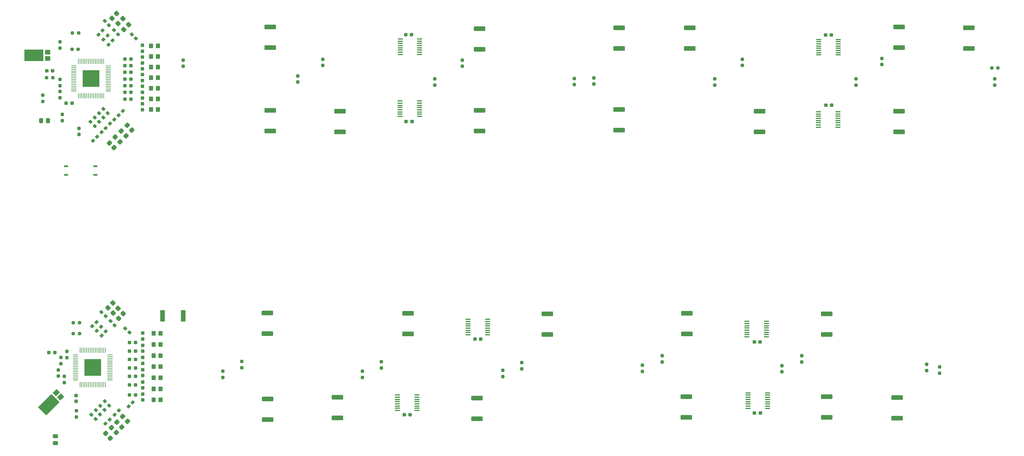
<source format=gbr>
%TF.GenerationSoftware,KiCad,Pcbnew,7.0.8*%
%TF.CreationDate,2023-11-15T21:58:06-05:00*%
%TF.ProjectId,BMS1,424d5331-2e6b-4696-9361-645f70636258,1*%
%TF.SameCoordinates,Original*%
%TF.FileFunction,Paste,Top*%
%TF.FilePolarity,Positive*%
%FSLAX46Y46*%
G04 Gerber Fmt 4.6, Leading zero omitted, Abs format (unit mm)*
G04 Created by KiCad (PCBNEW 7.0.8) date 2023-11-15 21:58:06*
%MOMM*%
%LPD*%
G01*
G04 APERTURE LIST*
G04 Aperture macros list*
%AMRoundRect*
0 Rectangle with rounded corners*
0 $1 Rounding radius*
0 $2 $3 $4 $5 $6 $7 $8 $9 X,Y pos of 4 corners*
0 Add a 4 corners polygon primitive as box body*
4,1,4,$2,$3,$4,$5,$6,$7,$8,$9,$2,$3,0*
0 Add four circle primitives for the rounded corners*
1,1,$1+$1,$2,$3*
1,1,$1+$1,$4,$5*
1,1,$1+$1,$6,$7*
1,1,$1+$1,$8,$9*
0 Add four rect primitives between the rounded corners*
20,1,$1+$1,$2,$3,$4,$5,0*
20,1,$1+$1,$4,$5,$6,$7,0*
20,1,$1+$1,$6,$7,$8,$9,0*
20,1,$1+$1,$8,$9,$2,$3,0*%
%AMRotRect*
0 Rectangle, with rotation*
0 The origin of the aperture is its center*
0 $1 length*
0 $2 width*
0 $3 Rotation angle, in degrees counterclockwise*
0 Add horizontal line*
21,1,$1,$2,0,0,$3*%
G04 Aperture macros list end*
%ADD10RoundRect,0.249999X1.425001X-0.450001X1.425001X0.450001X-1.425001X0.450001X-1.425001X-0.450001X0*%
%ADD11RoundRect,0.250000X0.350000X0.450000X-0.350000X0.450000X-0.350000X-0.450000X0.350000X-0.450000X0*%
%ADD12RoundRect,0.237500X-0.044194X-0.380070X0.380070X0.044194X0.044194X0.380070X-0.380070X-0.044194X0*%
%ADD13RoundRect,0.237500X0.371231X-0.035355X-0.035355X0.371231X-0.371231X0.035355X0.035355X-0.371231X0*%
%ADD14RoundRect,0.237500X0.237500X-0.300000X0.237500X0.300000X-0.237500X0.300000X-0.237500X-0.300000X0*%
%ADD15RoundRect,0.100000X0.637500X0.100000X-0.637500X0.100000X-0.637500X-0.100000X0.637500X-0.100000X0*%
%ADD16RoundRect,0.237500X0.380070X-0.044194X-0.044194X0.380070X-0.380070X0.044194X0.044194X-0.380070X0*%
%ADD17RoundRect,0.237500X-0.300000X-0.237500X0.300000X-0.237500X0.300000X0.237500X-0.300000X0.237500X0*%
%ADD18RoundRect,0.237500X0.300000X0.237500X-0.300000X0.237500X-0.300000X-0.237500X0.300000X-0.237500X0*%
%ADD19RoundRect,0.237500X-0.237500X0.250000X-0.237500X-0.250000X0.237500X-0.250000X0.237500X0.250000X0*%
%ADD20RoundRect,0.237500X0.237500X-0.250000X0.237500X0.250000X-0.237500X0.250000X-0.237500X-0.250000X0*%
%ADD21RoundRect,0.237500X-0.250000X-0.237500X0.250000X-0.237500X0.250000X0.237500X-0.250000X0.237500X0*%
%ADD22RoundRect,0.250000X0.565685X0.070711X0.070711X0.565685X-0.565685X-0.070711X-0.070711X-0.565685X0*%
%ADD23R,5.571200X3.410801*%
%ADD24R,1.603200X1.390000*%
%ADD25R,0.250000X1.500000*%
%ADD26R,1.500000X0.250000*%
%ADD27R,5.000000X5.000000*%
%ADD28RoundRect,0.237500X0.035355X0.371231X-0.371231X-0.035355X-0.035355X-0.371231X0.371231X0.035355X0*%
%ADD29RoundRect,0.237500X-0.237500X0.300000X-0.237500X-0.300000X0.237500X-0.300000X0.237500X0.300000X0*%
%ADD30RoundRect,0.237500X0.287500X0.237500X-0.287500X0.237500X-0.287500X-0.237500X0.287500X-0.237500X0*%
%ADD31RoundRect,0.249999X-1.425001X0.450001X-1.425001X-0.450001X1.425001X-0.450001X1.425001X0.450001X0*%
%ADD32RoundRect,0.100000X-0.637500X-0.100000X0.637500X-0.100000X0.637500X0.100000X-0.637500X0.100000X0*%
%ADD33RoundRect,0.237500X0.250000X0.237500X-0.250000X0.237500X-0.250000X-0.237500X0.250000X-0.237500X0*%
%ADD34RotRect,5.571200X3.410801X225.000000*%
%ADD35RotRect,1.603200X1.390000X225.000000*%
%ADD36RoundRect,0.250000X-0.070711X0.565685X-0.565685X0.070711X0.070711X-0.565685X0.565685X-0.070711X0*%
%ADD37RoundRect,0.250000X-0.565685X-0.070711X-0.070711X-0.565685X0.565685X0.070711X0.070711X0.565685X0*%
%ADD38RoundRect,0.250000X-0.337500X-0.475000X0.337500X-0.475000X0.337500X0.475000X-0.337500X0.475000X0*%
%ADD39RoundRect,0.249999X0.450001X1.425001X-0.450001X1.425001X-0.450001X-1.425001X0.450001X-1.425001X0*%
%ADD40R,1.219200X0.558800*%
%ADD41RoundRect,0.250000X-0.475000X0.337500X-0.475000X-0.337500X0.475000X-0.337500X0.475000X0.337500X0*%
G04 APERTURE END LIST*
D10*
%TO.C,R31*%
X228346000Y-155704000D03*
X228346000Y-149604000D03*
%TD*%
D11*
%TO.C,R24*%
X73292000Y-147265500D03*
X71292000Y-147265500D03*
%TD*%
D12*
%TO.C,C28*%
X55917598Y-71468696D03*
X57137358Y-70248936D03*
%TD*%
D13*
%TO.C,L23*%
X53888718Y-69672718D03*
X52651282Y-68435282D03*
%TD*%
D14*
%TO.C,C20*%
X68052000Y-143358500D03*
X68052000Y-141633500D03*
%TD*%
D15*
%TO.C,U5*%
X252270500Y-153026000D03*
X252270500Y-152376000D03*
X252270500Y-151726000D03*
X252270500Y-151076000D03*
X252270500Y-150426000D03*
X252270500Y-149776000D03*
X252270500Y-149126000D03*
X252270500Y-148476000D03*
X246545500Y-148476000D03*
X246545500Y-149126000D03*
X246545500Y-149776000D03*
X246545500Y-150426000D03*
X246545500Y-151076000D03*
X246545500Y-151726000D03*
X246545500Y-152376000D03*
X246545500Y-153026000D03*
%TD*%
D13*
%TO.C,L24*%
X55158719Y-68402717D03*
X53921283Y-67165281D03*
%TD*%
D12*
%TO.C,C30*%
X60964105Y-66422189D03*
X62183865Y-65202429D03*
%TD*%
D16*
%TO.C,C38*%
X60788100Y-42536100D03*
X59568340Y-41316340D03*
%TD*%
D17*
%TO.C,C1*%
X248405895Y-133378815D03*
X250130895Y-133378815D03*
%TD*%
D18*
%TO.C,C8*%
X271219000Y-63500000D03*
X269494000Y-63500000D03*
%TD*%
%TO.C,C2*%
X271118499Y-42775500D03*
X269393499Y-42775500D03*
%TD*%
D19*
%TO.C,R45*%
X179832000Y-139549500D03*
X179832000Y-141374500D03*
%TD*%
D20*
%TO.C,R51*%
X303022000Y-142644500D03*
X303022000Y-140819500D03*
%TD*%
D21*
%TO.C,R4*%
X47578000Y-130937000D03*
X49403000Y-130937000D03*
%TD*%
D22*
%TO.C,R17*%
X61894427Y-158525988D03*
X60480213Y-157111774D03*
%TD*%
D23*
%TO.C,Q2*%
X35958000Y-48768000D03*
D24*
X40041599Y-49688001D03*
X40041599Y-47847999D03*
%TD*%
D19*
%TO.C,R44*%
X174244000Y-141835500D03*
X174244000Y-143660500D03*
%TD*%
D20*
%TO.C,R5*%
X43160000Y-143512000D03*
X43160000Y-141687000D03*
%TD*%
D14*
%TO.C,C34*%
X68002000Y-54460149D03*
X68002000Y-52735149D03*
%TD*%
D20*
%TO.C,R84*%
X278384000Y-57554500D03*
X278384000Y-55729500D03*
%TD*%
D16*
%TO.C,C39*%
X58096000Y-39844000D03*
X56876240Y-38624240D03*
%TD*%
D25*
%TO.C,U10*%
X49082000Y-60701000D03*
X49582000Y-60701000D03*
X50082000Y-60701000D03*
X50582000Y-60701000D03*
X51082000Y-60701000D03*
X51582000Y-60701000D03*
X52082000Y-60701000D03*
X52582000Y-60701000D03*
X53082000Y-60701000D03*
X53582000Y-60701000D03*
X54082000Y-60701000D03*
X54582000Y-60701000D03*
X55082000Y-60701000D03*
X55582000Y-60701000D03*
X56082000Y-60701000D03*
X56582000Y-60701000D03*
D26*
X57907000Y-59376000D03*
X57907000Y-58876000D03*
X57907000Y-58376000D03*
X57907000Y-57876000D03*
X57907000Y-57376000D03*
X57907000Y-56876000D03*
X57907000Y-56376000D03*
X57907000Y-55876000D03*
X57907000Y-55376000D03*
X57907000Y-54876000D03*
X57907000Y-54376000D03*
X57907000Y-53876000D03*
X57907000Y-53376000D03*
X57907000Y-52876000D03*
X57907000Y-52376000D03*
X57907000Y-51876000D03*
D25*
X56582000Y-50551000D03*
X56082000Y-50551000D03*
X55582000Y-50551000D03*
X55082000Y-50551000D03*
X54582000Y-50551000D03*
X54082000Y-50551000D03*
X53582000Y-50551000D03*
X53082000Y-50551000D03*
X52582000Y-50551000D03*
X52082000Y-50551000D03*
X51582000Y-50551000D03*
X51082000Y-50551000D03*
X50582000Y-50551000D03*
X50082000Y-50551000D03*
X49582000Y-50551000D03*
X49082000Y-50551000D03*
D26*
X47757000Y-51876000D03*
X47757000Y-52376000D03*
X47757000Y-52876000D03*
X47757000Y-53376000D03*
X47757000Y-53876000D03*
X47757000Y-54376000D03*
X47757000Y-54876000D03*
X47757000Y-55376000D03*
X47757000Y-55876000D03*
X47757000Y-56376000D03*
X47757000Y-56876000D03*
X47757000Y-57376000D03*
X47757000Y-57876000D03*
X47757000Y-58376000D03*
X47757000Y-58876000D03*
X47757000Y-59376000D03*
D27*
X52832000Y-55626000D03*
%TD*%
D20*
%TO.C,R85*%
X244856000Y-51759500D03*
X244856000Y-49934500D03*
%TD*%
D28*
%TO.C,L18*%
X57730038Y-42902601D03*
X56492602Y-44140037D03*
%TD*%
D19*
%TO.C,R40*%
X91694000Y-142089500D03*
X91694000Y-143914500D03*
%TD*%
D17*
%TO.C,C3*%
X166015500Y-132587999D03*
X167740500Y-132587999D03*
%TD*%
D29*
%TO.C,C32*%
X68002000Y-59643949D03*
X68002000Y-61368949D03*
%TD*%
D30*
%TO.C,L28*%
X64559001Y-57729800D03*
X62809001Y-57729800D03*
%TD*%
D10*
%TO.C,R67*%
X291084000Y-71376000D03*
X291084000Y-65276000D03*
%TD*%
D22*
%TO.C,R58*%
X59632707Y-76043507D03*
X58218493Y-74629293D03*
%TD*%
D31*
%TO.C,R72*%
X311658000Y-40636000D03*
X311658000Y-46736000D03*
%TD*%
D28*
%TO.C,L15*%
X57157318Y-130301782D03*
X55919882Y-131539218D03*
%TD*%
D11*
%TO.C,R65*%
X72542000Y-55338000D03*
X70542000Y-55338000D03*
%TD*%
D13*
%TO.C,L7*%
X54154718Y-156168718D03*
X52917282Y-154931282D03*
%TD*%
D32*
%TO.C,U4*%
X143980315Y-43920475D03*
X143980315Y-44570475D03*
X143980315Y-45220475D03*
X143980315Y-45870475D03*
X143980315Y-46520475D03*
X143980315Y-47170475D03*
X143980315Y-47820475D03*
X143980315Y-48470475D03*
X149705315Y-48470475D03*
X149705315Y-47820475D03*
X149705315Y-47170475D03*
X149705315Y-46520475D03*
X149705315Y-45870475D03*
X149705315Y-45220475D03*
X149705315Y-44570475D03*
X149705315Y-43920475D03*
%TD*%
D14*
%TO.C,C21*%
X68052000Y-139755240D03*
X68052000Y-138030240D03*
%TD*%
D15*
%TO.C,U6*%
X169740500Y-131307000D03*
X169740500Y-130657000D03*
X169740500Y-130007000D03*
X169740500Y-129357000D03*
X169740500Y-128707000D03*
X169740500Y-128057000D03*
X169740500Y-127407000D03*
X169740500Y-126757000D03*
X164015500Y-126757000D03*
X164015500Y-127407000D03*
X164015500Y-128057000D03*
X164015500Y-128707000D03*
X164015500Y-129357000D03*
X164015500Y-130007000D03*
X164015500Y-130657000D03*
X164015500Y-131307000D03*
%TD*%
D33*
%TO.C,R81*%
X320214000Y-52451000D03*
X318389000Y-52451000D03*
%TD*%
D14*
%TO.C,C35*%
X68002000Y-51005749D03*
X68002000Y-49280749D03*
%TD*%
D20*
%TO.C,R88*%
X195326000Y-57404000D03*
X195326000Y-55579000D03*
%TD*%
D34*
%TO.C,Q1*%
X40351798Y-151926202D03*
D35*
X43889877Y-149689201D03*
X42588799Y-148388123D03*
%TD*%
D20*
%TO.C,R47*%
X221234000Y-139342500D03*
X221234000Y-137517500D03*
%TD*%
D32*
%TO.C,U3*%
X267393500Y-44056500D03*
X267393500Y-44706500D03*
X267393500Y-45356500D03*
X267393500Y-46006500D03*
X267393500Y-46656500D03*
X267393500Y-47306500D03*
X267393500Y-47956500D03*
X267393500Y-48606500D03*
X273118500Y-48606500D03*
X273118500Y-47956500D03*
X273118500Y-47306500D03*
X273118500Y-46656500D03*
X273118500Y-46006500D03*
X273118500Y-45356500D03*
X273118500Y-44706500D03*
X273118500Y-44056500D03*
%TD*%
D11*
%TO.C,R22*%
X73292000Y-130896800D03*
X71292000Y-130896800D03*
%TD*%
D22*
%TO.C,R20*%
X60237327Y-160168887D03*
X58823113Y-158754673D03*
%TD*%
D20*
%TO.C,R1*%
X44938000Y-145440500D03*
X44938000Y-143615500D03*
%TD*%
%TO.C,R89*%
X162306000Y-52013500D03*
X162306000Y-50188500D03*
%TD*%
D11*
%TO.C,R61*%
X72542000Y-45953149D03*
X70542000Y-45953149D03*
%TD*%
D14*
%TO.C,C23*%
X68052000Y-132548720D03*
X68052000Y-130823720D03*
%TD*%
D30*
%TO.C,L29*%
X64559000Y-53771700D03*
X62809000Y-53771700D03*
%TD*%
D20*
%TO.C,R50*%
X299212000Y-141882500D03*
X299212000Y-140057500D03*
%TD*%
D14*
%TO.C,C22*%
X68052000Y-136151980D03*
X68052000Y-134426980D03*
%TD*%
D20*
%TO.C,R48*%
X256540000Y-142240000D03*
X256540000Y-140415000D03*
%TD*%
D31*
%TO.C,R30*%
X104775000Y-124839000D03*
X104775000Y-130939000D03*
%TD*%
D36*
%TO.C,R53*%
X62215827Y-37948713D03*
X60801613Y-39362927D03*
%TD*%
D20*
%TO.C,R90*%
X154178000Y-57531000D03*
X154178000Y-55706000D03*
%TD*%
D18*
%TO.C,C14*%
X47217500Y-62865000D03*
X45492500Y-62865000D03*
%TD*%
D20*
%TO.C,R91*%
X121158000Y-51759500D03*
X121158000Y-49934500D03*
%TD*%
D32*
%TO.C,U8*%
X267325000Y-65428500D03*
X267325000Y-66078500D03*
X267325000Y-66728500D03*
X267325000Y-67378500D03*
X267325000Y-68028500D03*
X267325000Y-68678500D03*
X267325000Y-69328500D03*
X267325000Y-69978500D03*
X273050000Y-69978500D03*
X273050000Y-69328500D03*
X273050000Y-68678500D03*
X273050000Y-68028500D03*
X273050000Y-67378500D03*
X273050000Y-66728500D03*
X273050000Y-66078500D03*
X273050000Y-65428500D03*
%TD*%
D10*
%TO.C,R69*%
X105664000Y-71122000D03*
X105664000Y-65022000D03*
%TD*%
D31*
%TO.C,R75*%
X105664000Y-40384000D03*
X105664000Y-46484000D03*
%TD*%
D21*
%TO.C,R8*%
X47324000Y-42164000D03*
X49149000Y-42164000D03*
%TD*%
D10*
%TO.C,R77*%
X126238000Y-71376000D03*
X126238000Y-65276000D03*
%TD*%
D11*
%TO.C,R52*%
X72542000Y-49081434D03*
X70542000Y-49081434D03*
%TD*%
D22*
%TO.C,R59*%
X61376907Y-74299307D03*
X59962693Y-72885093D03*
%TD*%
D21*
%TO.C,R9*%
X47197000Y-46990000D03*
X49022000Y-46990000D03*
%TD*%
D28*
%TO.C,L27*%
X59214938Y-44387502D03*
X57977502Y-45624938D03*
%TD*%
D11*
%TO.C,R23*%
X73292000Y-150539200D03*
X71292000Y-150539200D03*
%TD*%
D37*
%TO.C,R13*%
X57116013Y-160447573D03*
X58530227Y-161861787D03*
%TD*%
D17*
%TO.C,C12*%
X39777500Y-53340000D03*
X41502500Y-53340000D03*
%TD*%
D12*
%TO.C,C27*%
X53394345Y-73991949D03*
X54614105Y-72772189D03*
%TD*%
D20*
%TO.C,R79*%
X49276000Y-72136000D03*
X49276000Y-70311000D03*
%TD*%
D11*
%TO.C,R64*%
X72542000Y-58466283D03*
X70542000Y-58466283D03*
%TD*%
D31*
%TO.C,R74*%
X229362000Y-40638000D03*
X229362000Y-46738000D03*
%TD*%
D19*
%TO.C,R43*%
X138430000Y-139295500D03*
X138430000Y-141120500D03*
%TD*%
D18*
%TO.C,C4*%
X147350815Y-42639474D03*
X145625815Y-42639474D03*
%TD*%
D11*
%TO.C,R62*%
X72542000Y-64722849D03*
X70542000Y-64722849D03*
%TD*%
D16*
%TO.C,C24*%
X64151880Y-130659880D03*
X62932120Y-129440120D03*
%TD*%
D19*
%TO.C,R87*%
X201041000Y-55428500D03*
X201041000Y-57253500D03*
%TD*%
D31*
%TO.C,R78*%
X208534000Y-40638000D03*
X208534000Y-46738000D03*
%TD*%
D10*
%TO.C,R37*%
X269728000Y-155704000D03*
X269728000Y-149604000D03*
%TD*%
D13*
%TO.C,L8*%
X56794718Y-153528718D03*
X55557282Y-152291282D03*
%TD*%
D12*
%TO.C,C15*%
X57090120Y-157583880D03*
X58309880Y-156364120D03*
%TD*%
D17*
%TO.C,C6*%
X145722000Y-68326000D03*
X147447000Y-68326000D03*
%TD*%
D12*
%TO.C,C29*%
X58440851Y-68945443D03*
X59660611Y-67725683D03*
%TD*%
D20*
%TO.C,R11*%
X43688000Y-57705000D03*
X43688000Y-55880000D03*
%TD*%
D31*
%TO.C,R70*%
X291084000Y-40382000D03*
X291084000Y-46482000D03*
%TD*%
D15*
%TO.C,U2*%
X148892500Y-153661000D03*
X148892500Y-153011000D03*
X148892500Y-152361000D03*
X148892500Y-151711000D03*
X148892500Y-151061000D03*
X148892500Y-150411000D03*
X148892500Y-149761000D03*
X148892500Y-149111000D03*
X143167500Y-149111000D03*
X143167500Y-149761000D03*
X143167500Y-150411000D03*
X143167500Y-151061000D03*
X143167500Y-151711000D03*
X143167500Y-152361000D03*
X143167500Y-153011000D03*
X143167500Y-153661000D03*
%TD*%
D30*
%TO.C,L16*%
X65941000Y-133606000D03*
X64191000Y-133606000D03*
%TD*%
D21*
%TO.C,R10*%
X39727500Y-55371998D03*
X41552500Y-55371998D03*
%TD*%
D31*
%TO.C,R68*%
X167386000Y-40892000D03*
X167386000Y-46992000D03*
%TD*%
D38*
%TO.C,C10*%
X38057000Y-68072000D03*
X40132000Y-68072000D03*
%TD*%
D20*
%TO.C,R86*%
X236728000Y-57554500D03*
X236728000Y-55729500D03*
%TD*%
D30*
%TO.C,L9*%
X65941000Y-146094330D03*
X64191000Y-146094330D03*
%TD*%
D19*
%TO.C,R80*%
X38608000Y-60555500D03*
X38608000Y-62380500D03*
%TD*%
D11*
%TO.C,R15*%
X73292000Y-134170500D03*
X71292000Y-134170500D03*
%TD*%
D39*
%TO.C,R32*%
X80012000Y-125730000D03*
X73912000Y-125730000D03*
%TD*%
D40*
%TO.C,T1*%
X54102000Y-84074000D03*
X54102000Y-81534000D03*
X45466000Y-81534000D03*
X45466000Y-84074000D03*
%TD*%
D22*
%TO.C,R56*%
X64865307Y-70810907D03*
X63451093Y-69396693D03*
%TD*%
D31*
%TO.C,R28*%
X228473000Y-124966000D03*
X228473000Y-131066000D03*
%TD*%
D36*
%TO.C,R16*%
X60779600Y-123477700D03*
X59365386Y-124891914D03*
%TD*%
D12*
%TO.C,C16*%
X59784220Y-154889780D03*
X61003980Y-153670020D03*
%TD*%
D11*
%TO.C,R26*%
X73292000Y-140718000D03*
X71292000Y-140718000D03*
%TD*%
D30*
%TO.C,L31*%
X64559000Y-55750800D03*
X62809000Y-55750800D03*
%TD*%
D14*
%TO.C,C36*%
X68002000Y-47551349D03*
X68002000Y-45826349D03*
%TD*%
D19*
%TO.C,R42*%
X132842000Y-142089500D03*
X132842000Y-143914500D03*
%TD*%
D21*
%TO.C,R3*%
X47570684Y-127740210D03*
X49395684Y-127740210D03*
%TD*%
D10*
%TO.C,R76*%
X208536000Y-70868000D03*
X208536000Y-64768000D03*
%TD*%
D22*
%TO.C,R18*%
X63544427Y-156875988D03*
X62130213Y-155461774D03*
%TD*%
D36*
%TO.C,R19*%
X62335200Y-125033300D03*
X60920986Y-126447514D03*
%TD*%
D31*
%TO.C,R34*%
X146304000Y-124966000D03*
X146304000Y-131066000D03*
%TD*%
D11*
%TO.C,R63*%
X72542000Y-61594566D03*
X70542000Y-61594566D03*
%TD*%
D19*
%TO.C,R41*%
X97282000Y-139192000D03*
X97282000Y-141017000D03*
%TD*%
D30*
%TO.C,L21*%
X64559001Y-61688000D03*
X62809001Y-61688000D03*
%TD*%
D28*
%TO.C,L1*%
X55778718Y-128923282D03*
X54541282Y-130160718D03*
%TD*%
D19*
%TO.C,R12*%
X43688000Y-44807500D03*
X43688000Y-46632500D03*
%TD*%
D36*
%TO.C,R66*%
X60377327Y-36393114D03*
X58963113Y-37807328D03*
%TD*%
D15*
%TO.C,U1*%
X251935394Y-131899815D03*
X251935394Y-131249815D03*
X251935394Y-130599815D03*
X251935394Y-129949815D03*
X251935394Y-129299815D03*
X251935394Y-128649815D03*
X251935394Y-127999815D03*
X251935394Y-127349815D03*
X246210394Y-127349815D03*
X246210394Y-127999815D03*
X246210394Y-128649815D03*
X246210394Y-129299815D03*
X246210394Y-129949815D03*
X246210394Y-130599815D03*
X246210394Y-131249815D03*
X246210394Y-131899815D03*
%TD*%
D20*
%TO.C,R92*%
X113792000Y-56665500D03*
X113792000Y-54840500D03*
%TD*%
D16*
%TO.C,C26*%
X57102587Y-125798373D03*
X55882827Y-124578613D03*
%TD*%
D30*
%TO.C,L14*%
X65941000Y-136103666D03*
X64191000Y-136103666D03*
%TD*%
%TO.C,L13*%
X65941000Y-138601332D03*
X64191000Y-138601332D03*
%TD*%
D20*
%TO.C,R93*%
X80010000Y-52013500D03*
X80010000Y-50188500D03*
%TD*%
D31*
%TO.C,R35*%
X269728000Y-125093000D03*
X269728000Y-131193000D03*
%TD*%
D30*
%TO.C,L26*%
X64559001Y-59708900D03*
X62809001Y-59708900D03*
%TD*%
D13*
%TO.C,L20*%
X57698718Y-65862718D03*
X56461282Y-64625282D03*
%TD*%
D17*
%TO.C,C11*%
X40412500Y-136525000D03*
X42137500Y-136525000D03*
%TD*%
D14*
%TO.C,C13*%
X48429000Y-150952000D03*
X48429000Y-149227000D03*
%TD*%
%TO.C,C19*%
X68052000Y-146961760D03*
X68052000Y-145236760D03*
%TD*%
D28*
%TO.C,L17*%
X56245139Y-41417702D03*
X55007703Y-42655138D03*
%TD*%
D11*
%TO.C,R21*%
X73292000Y-137444300D03*
X71292000Y-137444300D03*
%TD*%
D20*
%TO.C,R82*%
X319278000Y-57554500D03*
X319278000Y-55729500D03*
%TD*%
D13*
%TO.C,L3*%
X55474718Y-154848718D03*
X54237282Y-153611282D03*
%TD*%
D10*
%TO.C,R27*%
X104902000Y-156339000D03*
X104902000Y-150239000D03*
%TD*%
D13*
%TO.C,L25*%
X56428718Y-67132718D03*
X55191282Y-65895282D03*
%TD*%
D14*
%TO.C,C33*%
X68002000Y-57914549D03*
X68002000Y-56189549D03*
%TD*%
D10*
%TO.C,R71*%
X167386000Y-71122000D03*
X167386000Y-65022000D03*
%TD*%
D20*
%TO.C,R49*%
X262382000Y-139342500D03*
X262382000Y-137517500D03*
%TD*%
D16*
%TO.C,C37*%
X66071879Y-43755880D03*
X64852119Y-42536120D03*
%TD*%
D31*
%TO.C,R38*%
X187325000Y-125093000D03*
X187325000Y-131193000D03*
%TD*%
D30*
%TO.C,L32*%
X64559000Y-51792600D03*
X62809000Y-51792600D03*
%TD*%
D10*
%TO.C,R33*%
X125476000Y-155831000D03*
X125476000Y-149731000D03*
%TD*%
D12*
%TO.C,C17*%
X63906120Y-152503880D03*
X65125880Y-151284120D03*
%TD*%
D36*
%TO.C,R57*%
X63877527Y-39681113D03*
X62463313Y-41095327D03*
%TD*%
D30*
%TO.C,L12*%
X65941000Y-141098998D03*
X64191000Y-141098998D03*
%TD*%
D19*
%TO.C,R54*%
X44380000Y-66213000D03*
X44380000Y-68038000D03*
%TD*%
D11*
%TO.C,R25*%
X73292000Y-143991700D03*
X71292000Y-143991700D03*
%TD*%
D41*
%TO.C,C9*%
X42291000Y-161247000D03*
X42291000Y-163322000D03*
%TD*%
D36*
%TO.C,R14*%
X59224000Y-121922000D03*
X57809786Y-123336214D03*
%TD*%
D14*
%TO.C,C31*%
X68002000Y-64823349D03*
X68002000Y-63098349D03*
%TD*%
D30*
%TO.C,L30*%
X64559000Y-49813500D03*
X62809000Y-49813500D03*
%TD*%
%TO.C,L4*%
X65941000Y-149098000D03*
X64191000Y-149098000D03*
%TD*%
D20*
%TO.C,R6*%
X43688000Y-61261000D03*
X43688000Y-59436000D03*
%TD*%
D17*
%TO.C,C7*%
X248445000Y-154434000D03*
X250170000Y-154434000D03*
%TD*%
D19*
%TO.C,R7*%
X43942000Y-138027500D03*
X43942000Y-139852500D03*
%TD*%
D20*
%TO.C,R83*%
X286004000Y-51505500D03*
X286004000Y-49680500D03*
%TD*%
D14*
%TO.C,C18*%
X68052000Y-150565020D03*
X68052000Y-148840020D03*
%TD*%
D20*
%TO.C,R46*%
X215392000Y-142136500D03*
X215392000Y-140311500D03*
%TD*%
D10*
%TO.C,R36*%
X166624000Y-156085000D03*
X166624000Y-149985000D03*
%TD*%
D22*
%TO.C,R55*%
X63121107Y-72555107D03*
X61706893Y-71140893D03*
%TD*%
D10*
%TO.C,R73*%
X249936000Y-71378000D03*
X249936000Y-65278000D03*
%TD*%
D32*
%TO.C,U7*%
X143949500Y-62241000D03*
X143949500Y-62891000D03*
X143949500Y-63541000D03*
X143949500Y-64191000D03*
X143949500Y-64841000D03*
X143949500Y-65491000D03*
X143949500Y-66141000D03*
X143949500Y-66791000D03*
X149674500Y-66791000D03*
X149674500Y-66141000D03*
X149674500Y-65491000D03*
X149674500Y-64841000D03*
X149674500Y-64191000D03*
X149674500Y-63541000D03*
X149674500Y-62891000D03*
X149674500Y-62241000D03*
%TD*%
D10*
%TO.C,R29*%
X290449000Y-155958000D03*
X290449000Y-149858000D03*
%TD*%
D16*
%TO.C,C25*%
X59796587Y-128492473D03*
X58576827Y-127272713D03*
%TD*%
D19*
%TO.C,R2*%
X45720000Y-136249500D03*
X45720000Y-138074500D03*
%TD*%
D13*
%TO.C,L11*%
X58114718Y-152208718D03*
X56877282Y-150971282D03*
%TD*%
D11*
%TO.C,R60*%
X72542000Y-52209717D03*
X70542000Y-52209717D03*
%TD*%
D25*
%TO.C,U9*%
X49570000Y-146047000D03*
X50070000Y-146047000D03*
X50570000Y-146047000D03*
X51070000Y-146047000D03*
X51570000Y-146047000D03*
X52070000Y-146047000D03*
X52570000Y-146047000D03*
X53070000Y-146047000D03*
X53570000Y-146047000D03*
X54070000Y-146047000D03*
X54570000Y-146047000D03*
X55070000Y-146047000D03*
X55570000Y-146047000D03*
X56070000Y-146047000D03*
X56570000Y-146047000D03*
X57070000Y-146047000D03*
D26*
X58395000Y-144722000D03*
X58395000Y-144222000D03*
X58395000Y-143722000D03*
X58395000Y-143222000D03*
X58395000Y-142722000D03*
X58395000Y-142222000D03*
X58395000Y-141722000D03*
X58395000Y-141222000D03*
X58395000Y-140722000D03*
X58395000Y-140222000D03*
X58395000Y-139722000D03*
X58395000Y-139222000D03*
X58395000Y-138722000D03*
X58395000Y-138222000D03*
X58395000Y-137722000D03*
X58395000Y-137222000D03*
D25*
X57070000Y-135897000D03*
X56570000Y-135897000D03*
X56070000Y-135897000D03*
X55570000Y-135897000D03*
X55070000Y-135897000D03*
X54570000Y-135897000D03*
X54070000Y-135897000D03*
X53570000Y-135897000D03*
X53070000Y-135897000D03*
X52570000Y-135897000D03*
X52070000Y-135897000D03*
X51570000Y-135897000D03*
X51070000Y-135897000D03*
X50570000Y-135897000D03*
X50070000Y-135897000D03*
X49570000Y-135897000D03*
D26*
X48245000Y-137222000D03*
X48245000Y-137722000D03*
X48245000Y-138222000D03*
X48245000Y-138722000D03*
X48245000Y-139222000D03*
X48245000Y-139722000D03*
X48245000Y-140222000D03*
X48245000Y-140722000D03*
X48245000Y-141222000D03*
X48245000Y-141722000D03*
X48245000Y-142222000D03*
X48245000Y-142722000D03*
X48245000Y-143222000D03*
X48245000Y-143722000D03*
X48245000Y-144222000D03*
X48245000Y-144722000D03*
D27*
X53320000Y-140972000D03*
%TD*%
D30*
%TO.C,L10*%
X65941000Y-143596664D03*
X64191000Y-143596664D03*
%TD*%
D19*
%TO.C,R39*%
X48494000Y-153775500D03*
X48494000Y-155600500D03*
%TD*%
D17*
%TO.C,C5*%
X145167500Y-154942000D03*
X146892500Y-154942000D03*
%TD*%
D28*
%TO.C,L2*%
X54400218Y-127544682D03*
X53162782Y-128782118D03*
%TD*%
M02*

</source>
